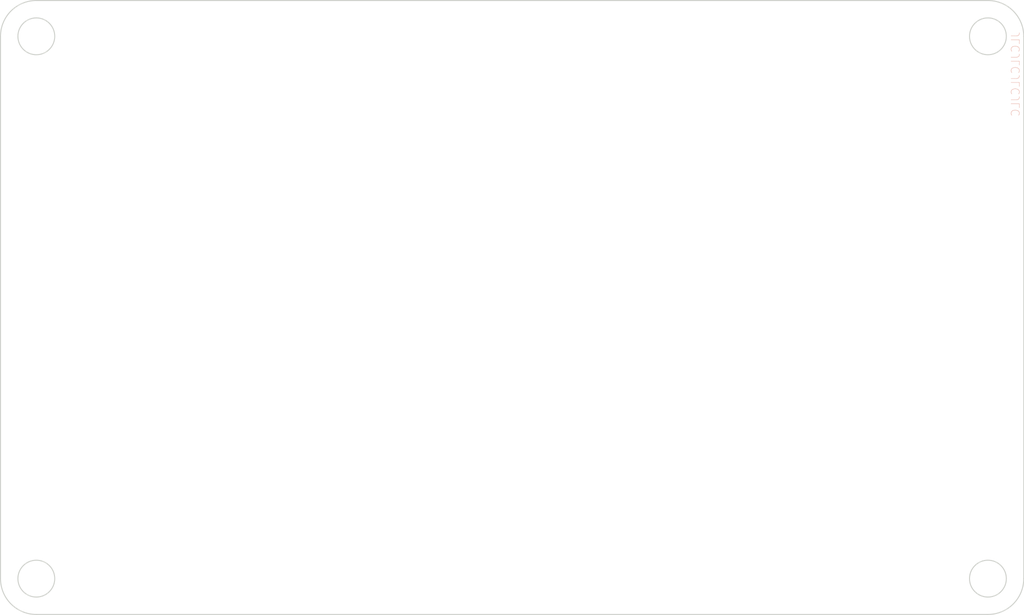
<source format=kicad_pcb>
(kicad_pcb (version 20221018) (generator pcbnew)

  (general
    (thickness 1.6)
  )

  (paper "A4")
  (layers
    (0 "F.Cu" signal)
    (31 "B.Cu" signal)
    (32 "B.Adhes" user "B.Adhesive")
    (33 "F.Adhes" user "F.Adhesive")
    (34 "B.Paste" user)
    (35 "F.Paste" user)
    (36 "B.SilkS" user "B.Silkscreen")
    (37 "F.SilkS" user "F.Silkscreen")
    (38 "B.Mask" user)
    (39 "F.Mask" user)
    (40 "Dwgs.User" user "User.Drawings")
    (41 "Cmts.User" user "User.Comments")
    (42 "Eco1.User" user "User.Eco1")
    (43 "Eco2.User" user "User.Eco2")
    (44 "Edge.Cuts" user)
    (45 "Margin" user)
    (46 "B.CrtYd" user "B.Courtyard")
    (47 "F.CrtYd" user "F.Courtyard")
    (48 "B.Fab" user)
    (49 "F.Fab" user)
    (50 "User.1" user)
    (51 "User.2" user)
    (52 "User.3" user)
    (53 "User.4" user)
    (54 "User.5" user)
    (55 "User.6" user)
    (56 "User.7" user)
    (57 "User.8" user)
    (58 "User.9" user)
  )

  (setup
    (pad_to_mask_clearance 0)
    (pcbplotparams
      (layerselection 0x00010fc_ffffffff)
      (plot_on_all_layers_selection 0x0000000_00000000)
      (disableapertmacros false)
      (usegerberextensions false)
      (usegerberattributes true)
      (usegerberadvancedattributes true)
      (creategerberjobfile true)
      (dashed_line_dash_ratio 12.000000)
      (dashed_line_gap_ratio 3.000000)
      (svgprecision 4)
      (plotframeref false)
      (viasonmask false)
      (mode 1)
      (useauxorigin false)
      (hpglpennumber 1)
      (hpglpenspeed 20)
      (hpglpendiameter 15.000000)
      (dxfpolygonmode true)
      (dxfimperialunits true)
      (dxfusepcbnewfont true)
      (psnegative false)
      (psa4output false)
      (plotreference true)
      (plotvalue true)
      (plotinvisibletext false)
      (sketchpadsonfab false)
      (subtractmaskfromsilk false)
      (outputformat 1)
      (mirror false)
      (drillshape 1)
      (scaleselection 1)
      (outputdirectory "")
    )
  )

  (net 0 "")

  (gr_line (start 192.4 56) (end 192.4 109)
    (stroke (width 0.1) (type default)) (layer "Edge.Cuts") (tstamp 024d0d92-ef55-44bb-83a1-e3159185f4d8))
  (gr_line (start 188.9 112.5) (end 95.9 112.5)
    (stroke (width 0.1) (type default)) (layer "Edge.Cuts") (tstamp 0f8e2ee8-0f3c-48f7-8ca1-a9924ba85835))
  (gr_circle (center 188.9 109) (end 187.1 109)
    (stroke (width 0.1) (type default)) (fill none) (layer "Edge.Cuts") (tstamp 1aa4444c-b00e-4bdc-a32b-62a1895d1ca4))
  (gr_line (start 92.4 109) (end 92.4 56)
    (stroke (width 0.1) (type default)) (layer "Edge.Cuts") (tstamp 271264cd-9844-43c1-916a-ae8e5dac9c99))
  (gr_circle (center 95.9 56) (end 97.7 56)
    (stroke (width 0.1) (type default)) (fill none) (layer "Edge.Cuts") (tstamp 30d0ed80-624a-4b7c-858c-6d74265e4efc))
  (gr_arc (start 92.4 56) (mid 93.425126 53.525126) (end 95.9 52.5)
    (stroke (width 0.1) (type default)) (layer "Edge.Cuts") (tstamp 32f18910-2d58-4533-b879-32624cd29ddb))
  (gr_arc (start 192.4 109) (mid 191.374874 111.474874) (end 188.9 112.5)
    (stroke (width 0.1) (type default)) (layer "Edge.Cuts") (tstamp 679e192d-83be-4fce-b14e-c83d98ba2f55))
  (gr_circle (center 188.9 56) (end 187.1 56)
    (stroke (width 0.1) (type default)) (fill none) (layer "Edge.Cuts") (tstamp 6e85af6e-645c-4636-b1ff-871339d290b6))
  (gr_circle (center 95.9 109) (end 97.7 109)
    (stroke (width 0.1) (type default)) (fill none) (layer "Edge.Cuts") (tstamp 76788089-f9f2-4e16-9a62-c1c8661b486f))
  (gr_arc (start 188.9 52.5) (mid 191.374874 53.525126) (end 192.4 56)
    (stroke (width 0.1) (type default)) (layer "Edge.Cuts") (tstamp 82d4e5a4-6b65-4d9e-980c-7f86b8daf439))
  (gr_arc (start 95.9 112.5) (mid 93.425126 111.474874) (end 92.4 109)
    (stroke (width 0.1) (type default)) (layer "Edge.Cuts") (tstamp b1ece638-cd29-438f-bfe0-57920e490a92))
  (gr_line (start 95.9 52.5) (end 188.9 52.5)
    (stroke (width 0.1) (type default)) (layer "Edge.Cuts") (tstamp dc7a6e1f-b79d-44a2-ac85-1417be21e95c))
  (gr_text "JLCJLCJLCJLC" (at 191.6 59.7 90) (layer "B.SilkS") (tstamp 47bdb49c-99ae-4dd5-a7bd-8c6fdc605096)
    (effects (font (size 0.81 0.81) (thickness 0.04)) (justify mirror))
  )

)

</source>
